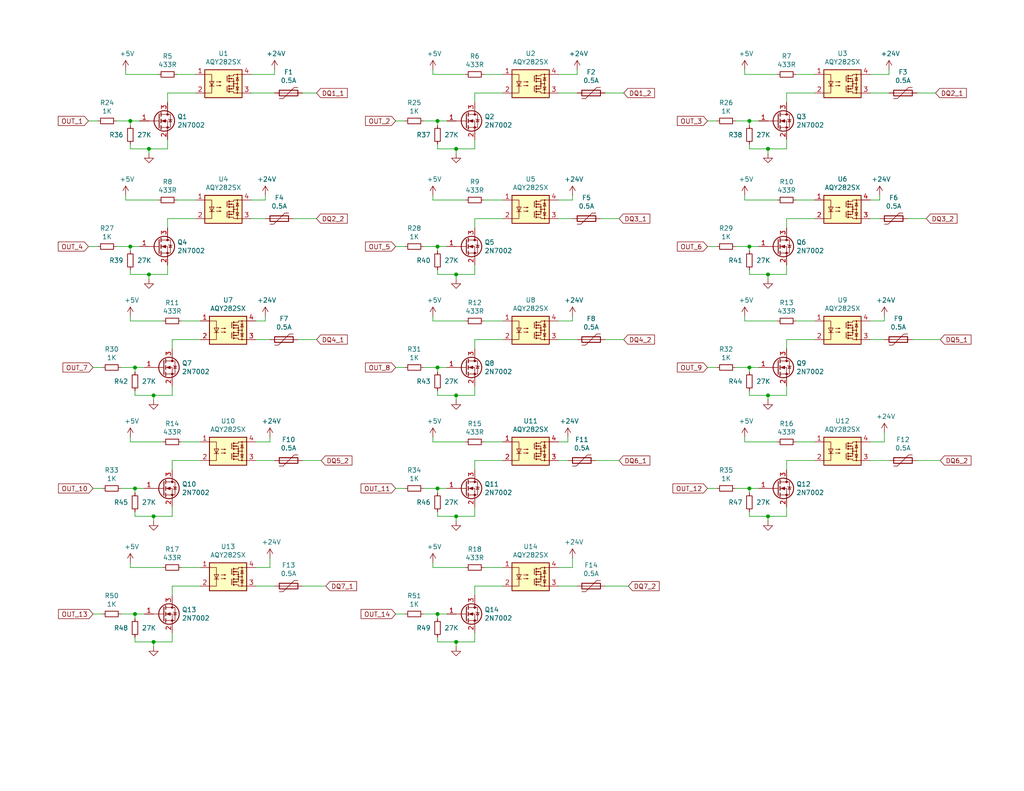
<source format=kicad_sch>
(kicad_sch (version 20211123) (generator eeschema)
  (paper "USLetter")
  (title_block (title "Greenhouse 2.0 IO Board") (date "2022-05-30") (rev "0.2.1") (company "Langhe Greenhaus") (comment 1 "Langhe Part Number: 240000"))
  (junction (at 36.83 100.33))
  (junction (at 124.46 175.26))
  (junction (at 119.38 133.35))
  (junction (at 119.38 167.64))
  (junction (at 41.91 107.95))
  (junction (at 40.64 74.93))
  (junction (at 124.46 107.95))
  (junction (at 36.83 133.35))
  (junction (at 36.83 167.64))
  (junction (at 124.46 74.93))
  (junction (at 209.55 107.95))
  (junction (at 209.55 140.97))
  (junction (at 119.38 100.33))
  (junction (at 41.91 140.97))
  (junction (at 35.56 67.31))
  (junction (at 204.47 33.02))
  (junction (at 204.47 133.35))
  (junction (at 204.47 67.31))
  (junction (at 119.38 67.31))
  (junction (at 209.55 40.64))
  (junction (at 119.38 33.02))
  (junction (at 124.46 40.64))
  (junction (at 41.91 175.26))
  (junction (at 35.56 33.02))
  (junction (at 40.64 40.64))
  (junction (at 209.55 74.93))
  (junction (at 124.46 140.97))
  (junction (at 204.47 100.33))
  (wire (pts (xy 54.61 160.02) (xy 46.99 160.02)))
  (wire (pts (xy 209.55 74.93) (xy 209.55 76.2)))
  (wire (pts (xy 69.85 92.71) (xy 73.66 92.71)))
  (wire (pts (xy 54.61 92.71) (xy 46.99 92.71)))
  (wire (pts (xy 124.46 140.97) (xy 129.54 140.97)))
  (wire (pts (xy 203.2 86.36) (xy 203.2 87.63)))
  (wire (pts (xy 73.66 154.94) (xy 73.66 152.4)))
  (wire (pts (xy 204.47 67.31) (xy 204.47 68.58)))
  (wire (pts (xy 214.63 125.73) (xy 214.63 128.27)))
  (wire (pts (xy 247.65 59.69) (xy 252.73 59.69)))
  (wire (pts (xy 152.4 160.02) (xy 157.48 160.02)))
  (wire (pts (xy 68.58 25.4) (xy 74.93 25.4)))
  (wire (pts (xy 209.55 40.64) (xy 209.55 41.91)))
  (wire (pts (xy 222.25 125.73) (xy 214.63 125.73)))
  (wire (pts (xy 137.16 92.71) (xy 129.54 92.71)))
  (wire (pts (xy 119.38 175.26) (xy 119.38 173.99)))
  (wire (pts (xy 115.57 167.64) (xy 119.38 167.64)))
  (wire (pts (xy 237.49 125.73) (xy 242.57 125.73)))
  (wire (pts (xy 26.67 33.02) (xy 24.13 33.02)))
  (wire (pts (xy 214.63 92.71) (xy 214.63 95.25)))
  (wire (pts (xy 119.38 107.95) (xy 119.38 106.68)))
  (wire (pts (xy 36.83 133.35) (xy 36.83 134.62)))
  (wire (pts (xy 119.38 100.33) (xy 119.38 101.6)))
  (wire (pts (xy 69.85 154.94) (xy 73.66 154.94)))
  (wire (pts (xy 200.66 133.35) (xy 204.47 133.35)))
  (wire (pts (xy 137.16 125.73) (xy 129.54 125.73)))
  (wire (pts (xy 217.17 54.61) (xy 222.25 54.61)))
  (wire (pts (xy 43.18 20.32) (xy 34.29 20.32)))
  (wire (pts (xy 46.99 105.41) (xy 46.99 107.95)))
  (wire (pts (xy 35.56 40.64) (xy 40.64 40.64)))
  (wire (pts (xy 49.53 120.65) (xy 54.61 120.65)))
  (wire (pts (xy 214.63 25.4) (xy 214.63 27.94)))
  (wire (pts (xy 124.46 40.64) (xy 129.54 40.64)))
  (wire (pts (xy 152.4 120.65) (xy 154.94 120.65)))
  (wire (pts (xy 68.58 20.32) (xy 74.93 20.32)))
  (wire (pts (xy 115.57 33.02) (xy 119.38 33.02)))
  (wire (pts (xy 152.4 54.61) (xy 156.21 54.61)))
  (wire (pts (xy 237.49 120.65) (xy 241.3 120.65)))
  (wire (pts (xy 35.56 40.64) (xy 35.56 39.37)))
  (wire (pts (xy 124.46 74.93) (xy 124.46 76.2)))
  (wire (pts (xy 195.58 67.31) (xy 193.04 67.31)))
  (wire (pts (xy 127 154.94) (xy 118.11 154.94)))
  (wire (pts (xy 119.38 107.95) (xy 124.46 107.95)))
  (wire (pts (xy 132.08 154.94) (xy 137.16 154.94)))
  (wire (pts (xy 237.49 59.69) (xy 240.03 59.69)))
  (wire (pts (xy 212.09 120.65) (xy 203.2 120.65)))
  (wire (pts (xy 127 120.65) (xy 118.11 120.65)))
  (wire (pts (xy 34.29 53.34) (xy 34.29 54.61)))
  (wire (pts (xy 212.09 87.63) (xy 203.2 87.63)))
  (wire (pts (xy 129.54 25.4) (xy 129.54 27.94)))
  (wire (pts (xy 129.54 160.02) (xy 129.54 162.56)))
  (wire (pts (xy 27.94 133.35) (xy 25.4 133.35)))
  (wire (pts (xy 152.4 59.69) (xy 156.21 59.69)))
  (wire (pts (xy 124.46 74.93) (xy 129.54 74.93)))
  (wire (pts (xy 129.54 59.69) (xy 129.54 62.23)))
  (wire (pts (xy 137.16 59.69) (xy 129.54 59.69)))
  (wire (pts (xy 34.29 19.05) (xy 34.29 20.32)))
  (wire (pts (xy 222.25 59.69) (xy 214.63 59.69)))
  (wire (pts (xy 39.37 167.64) (xy 36.83 167.64)))
  (wire (pts (xy 35.56 74.93) (xy 35.56 73.66)))
  (wire (pts (xy 154.94 120.65) (xy 154.94 119.38)))
  (wire (pts (xy 152.4 25.4) (xy 157.48 25.4)))
  (wire (pts (xy 209.55 74.93) (xy 214.63 74.93)))
  (wire (pts (xy 31.75 33.02) (xy 35.56 33.02)))
  (wire (pts (xy 152.4 92.71) (xy 157.48 92.71)))
  (wire (pts (xy 121.92 133.35) (xy 119.38 133.35)))
  (wire (pts (xy 217.17 120.65) (xy 222.25 120.65)))
  (wire (pts (xy 204.47 107.95) (xy 204.47 106.68)))
  (wire (pts (xy 165.1 25.4) (xy 170.18 25.4)))
  (wire (pts (xy 35.56 74.93) (xy 40.64 74.93)))
  (wire (pts (xy 204.47 74.93) (xy 209.55 74.93)))
  (wire (pts (xy 222.25 92.71) (xy 214.63 92.71)))
  (wire (pts (xy 69.85 160.02) (xy 74.93 160.02)))
  (wire (pts (xy 248.92 92.71) (xy 256.54 92.71)))
  (wire (pts (xy 152.4 87.63) (xy 156.21 87.63)))
  (wire (pts (xy 118.11 19.05) (xy 118.11 20.32)))
  (wire (pts (xy 195.58 133.35) (xy 193.04 133.35)))
  (wire (pts (xy 209.55 107.95) (xy 209.55 109.22)))
  (wire (pts (xy 214.63 59.69) (xy 214.63 62.23)))
  (wire (pts (xy 124.46 107.95) (xy 129.54 107.95)))
  (wire (pts (xy 203.2 19.05) (xy 203.2 20.32)))
  (wire (pts (xy 118.11 153.67) (xy 118.11 154.94)))
  (wire (pts (xy 36.83 107.95) (xy 41.91 107.95)))
  (wire (pts (xy 69.85 87.63) (xy 72.39 87.63)))
  (wire (pts (xy 33.02 167.64) (xy 36.83 167.64)))
  (wire (pts (xy 124.46 175.26) (xy 124.46 176.53)))
  (wire (pts (xy 115.57 133.35) (xy 119.38 133.35)))
  (wire (pts (xy 204.47 107.95) (xy 209.55 107.95)))
  (wire (pts (xy 41.91 107.95) (xy 41.91 109.22)))
  (wire (pts (xy 203.2 53.34) (xy 203.2 54.61)))
  (wire (pts (xy 35.56 33.02) (xy 35.56 34.29)))
  (wire (pts (xy 80.01 59.69) (xy 86.36 59.69)))
  (wire (pts (xy 204.47 40.64) (xy 209.55 40.64)))
  (wire (pts (xy 121.92 67.31) (xy 119.38 67.31)))
  (wire (pts (xy 129.54 92.71) (xy 129.54 95.25)))
  (wire (pts (xy 204.47 40.64) (xy 204.47 39.37)))
  (wire (pts (xy 165.1 160.02) (xy 171.45 160.02)))
  (wire (pts (xy 40.64 40.64) (xy 40.64 41.91)))
  (wire (pts (xy 119.38 167.64) (xy 119.38 168.91)))
  (wire (pts (xy 38.1 33.02) (xy 35.56 33.02)))
  (wire (pts (xy 204.47 133.35) (xy 204.47 134.62)))
  (wire (pts (xy 49.53 154.94) (xy 54.61 154.94)))
  (wire (pts (xy 204.47 33.02) (xy 204.47 34.29)))
  (wire (pts (xy 157.48 20.32) (xy 157.48 19.05)))
  (wire (pts (xy 110.49 67.31) (xy 107.95 67.31)))
  (wire (pts (xy 237.49 54.61) (xy 240.03 54.61)))
  (wire (pts (xy 35.56 67.31) (xy 35.56 68.58)))
  (wire (pts (xy 35.56 153.67) (xy 35.56 154.94)))
  (wire (pts (xy 209.55 107.95) (xy 214.63 107.95)))
  (wire (pts (xy 41.91 107.95) (xy 46.99 107.95)))
  (wire (pts (xy 36.83 100.33) (xy 36.83 101.6)))
  (wire (pts (xy 82.55 160.02) (xy 88.9 160.02)))
  (wire (pts (xy 237.49 87.63) (xy 241.3 87.63)))
  (wire (pts (xy 119.38 40.64) (xy 124.46 40.64)))
  (wire (pts (xy 132.08 120.65) (xy 137.16 120.65)))
  (wire (pts (xy 33.02 100.33) (xy 36.83 100.33)))
  (wire (pts (xy 36.83 167.64) (xy 36.83 168.91)))
  (wire (pts (xy 200.66 33.02) (xy 204.47 33.02)))
  (wire (pts (xy 207.01 33.02) (xy 204.47 33.02)))
  (wire (pts (xy 209.55 140.97) (xy 209.55 142.24)))
  (wire (pts (xy 49.53 87.63) (xy 54.61 87.63)))
  (wire (pts (xy 53.34 25.4) (xy 45.72 25.4)))
  (wire (pts (xy 119.38 40.64) (xy 119.38 39.37)))
  (wire (pts (xy 214.63 72.39) (xy 214.63 74.93)))
  (wire (pts (xy 207.01 133.35) (xy 204.47 133.35)))
  (wire (pts (xy 110.49 167.64) (xy 107.95 167.64)))
  (wire (pts (xy 156.21 154.94) (xy 156.21 152.4)))
  (wire (pts (xy 81.28 92.71) (xy 86.36 92.71)))
  (wire (pts (xy 127 20.32) (xy 118.11 20.32)))
  (wire (pts (xy 124.46 40.64) (xy 124.46 41.91)))
  (wire (pts (xy 41.91 175.26) (xy 46.99 175.26)))
  (wire (pts (xy 33.02 133.35) (xy 36.83 133.35)))
  (wire (pts (xy 127 87.63) (xy 118.11 87.63)))
  (wire (pts (xy 39.37 100.33) (xy 36.83 100.33)))
  (wire (pts (xy 35.56 86.36) (xy 35.56 87.63)))
  (wire (pts (xy 124.46 140.97) (xy 124.46 142.24)))
  (wire (pts (xy 119.38 33.02) (xy 119.38 34.29)))
  (wire (pts (xy 74.93 20.32) (xy 74.93 19.05)))
  (wire (pts (xy 46.99 92.71) (xy 46.99 95.25)))
  (wire (pts (xy 26.67 67.31) (xy 24.13 67.31)))
  (wire (pts (xy 72.39 87.63) (xy 72.39 86.36)))
  (wire (pts (xy 209.55 40.64) (xy 214.63 40.64)))
  (wire (pts (xy 129.54 72.39) (xy 129.54 74.93)))
  (wire (pts (xy 118.11 119.38) (xy 118.11 120.65)))
  (wire (pts (xy 46.99 138.43) (xy 46.99 140.97)))
  (wire (pts (xy 69.85 120.65) (xy 73.66 120.65)))
  (wire (pts (xy 204.47 100.33) (xy 204.47 101.6)))
  (wire (pts (xy 31.75 67.31) (xy 35.56 67.31)))
  (wire (pts (xy 222.25 25.4) (xy 214.63 25.4)))
  (wire (pts (xy 237.49 92.71) (xy 241.3 92.71)))
  (wire (pts (xy 212.09 20.32) (xy 203.2 20.32)))
  (wire (pts (xy 204.47 74.93) (xy 204.47 73.66)))
  (wire (pts (xy 41.91 175.26) (xy 41.91 176.53)))
  (wire (pts (xy 214.63 105.41) (xy 214.63 107.95)))
  (wire (pts (xy 45.72 59.69) (xy 45.72 62.23)))
  (wire (pts (xy 154.94 125.73) (xy 152.4 125.73)))
  (wire (pts (xy 242.57 20.32) (xy 242.57 19.05)))
  (wire (pts (xy 119.38 175.26) (xy 124.46 175.26)))
  (wire (pts (xy 41.91 140.97) (xy 46.99 140.97)))
  (wire (pts (xy 163.83 59.69) (xy 168.91 59.69)))
  (wire (pts (xy 35.56 119.38) (xy 35.56 120.65)))
  (wire (pts (xy 121.92 167.64) (xy 119.38 167.64)))
  (wire (pts (xy 110.49 33.02) (xy 107.95 33.02)))
  (wire (pts (xy 119.38 133.35) (xy 119.38 134.62)))
  (wire (pts (xy 53.34 59.69) (xy 45.72 59.69)))
  (wire (pts (xy 207.01 100.33) (xy 204.47 100.33)))
  (wire (pts (xy 119.38 140.97) (xy 124.46 140.97)))
  (wire (pts (xy 241.3 120.65) (xy 241.3 118.11)))
  (wire (pts (xy 129.54 105.41) (xy 129.54 107.95)))
  (wire (pts (xy 36.83 107.95) (xy 36.83 106.68)))
  (wire (pts (xy 41.91 140.97) (xy 41.91 142.24)))
  (wire (pts (xy 118.11 86.36) (xy 118.11 87.63)))
  (wire (pts (xy 68.58 59.69) (xy 72.39 59.69)))
  (wire (pts (xy 44.45 87.63) (xy 35.56 87.63)))
  (wire (pts (xy 68.58 54.61) (xy 72.39 54.61)))
  (wire (pts (xy 45.72 38.1) (xy 45.72 40.64)))
  (wire (pts (xy 203.2 119.38) (xy 203.2 120.65)))
  (wire (pts (xy 45.72 72.39) (xy 45.72 74.93)))
  (wire (pts (xy 124.46 107.95) (xy 124.46 109.22)))
  (wire (pts (xy 214.63 138.43) (xy 214.63 140.97)))
  (wire (pts (xy 115.57 100.33) (xy 119.38 100.33)))
  (wire (pts (xy 115.57 67.31) (xy 119.38 67.31)))
  (wire (pts (xy 40.64 40.64) (xy 45.72 40.64)))
  (wire (pts (xy 82.55 125.73) (xy 87.63 125.73)))
  (wire (pts (xy 200.66 100.33) (xy 204.47 100.33)))
  (wire (pts (xy 204.47 140.97) (xy 209.55 140.97)))
  (wire (pts (xy 48.26 54.61) (xy 53.34 54.61)))
  (wire (pts (xy 241.3 87.63) (xy 241.3 86.36)))
  (wire (pts (xy 237.49 25.4) (xy 242.57 25.4)))
  (wire (pts (xy 137.16 25.4) (xy 129.54 25.4)))
  (wire (pts (xy 119.38 140.97) (xy 119.38 139.7)))
  (wire (pts (xy 162.56 125.73) (xy 168.91 125.73)))
  (wire (pts (xy 40.64 74.93) (xy 40.64 76.2)))
  (wire (pts (xy 129.54 38.1) (xy 129.54 40.64)))
  (wire (pts (xy 132.08 20.32) (xy 137.16 20.32)))
  (wire (pts (xy 214.63 38.1) (xy 214.63 40.64)))
  (wire (pts (xy 156.21 54.61) (xy 156.21 53.34)))
  (wire (pts (xy 129.54 138.43) (xy 129.54 140.97)))
  (wire (pts (xy 46.99 160.02) (xy 46.99 162.56)))
  (wire (pts (xy 195.58 100.33) (xy 193.04 100.33)))
  (wire (pts (xy 82.55 25.4) (xy 86.36 25.4)))
  (wire (pts (xy 132.08 54.61) (xy 137.16 54.61)))
  (wire (pts (xy 36.83 175.26) (xy 36.83 173.99)))
  (wire (pts (xy 132.08 87.63) (xy 137.16 87.63)))
  (wire (pts (xy 156.21 87.63) (xy 156.21 86.36)))
  (wire (pts (xy 36.83 140.97) (xy 36.83 139.7)))
  (wire (pts (xy 250.19 125.73) (xy 256.54 125.73)))
  (wire (pts (xy 237.49 20.32) (xy 242.57 20.32)))
  (wire (pts (xy 48.26 20.32) (xy 53.34 20.32)))
  (wire (pts (xy 27.94 167.64) (xy 25.4 167.64)))
  (wire (pts (xy 119.38 67.31) (xy 119.38 68.58)))
  (wire (pts (xy 129.54 172.72) (xy 129.54 175.26)))
  (wire (pts (xy 200.66 67.31) (xy 204.47 67.31)))
  (wire (pts (xy 165.1 92.71) (xy 170.18 92.71)))
  (wire (pts (xy 212.09 54.61) (xy 203.2 54.61)))
  (wire (pts (xy 152.4 20.32) (xy 157.48 20.32)))
  (wire (pts (xy 110.49 100.33) (xy 107.95 100.33)))
  (wire (pts (xy 195.58 33.02) (xy 193.04 33.02)))
  (wire (pts (xy 45.72 25.4) (xy 45.72 27.94)))
  (wire (pts (xy 36.83 140.97) (xy 41.91 140.97)))
  (wire (pts (xy 46.99 125.73) (xy 46.99 128.27)))
  (wire (pts (xy 110.49 133.35) (xy 107.95 133.35)))
  (wire (pts (xy 119.38 74.93) (xy 124.46 74.93)))
  (wire (pts (xy 250.19 25.4) (xy 255.27 25.4)))
  (wire (pts (xy 217.17 20.32) (xy 222.25 20.32)))
  (wire (pts (xy 72.39 54.61) (xy 72.39 53.34)))
  (wire (pts (xy 124.46 175.26) (xy 129.54 175.26)))
  (wire (pts (xy 73.66 120.65) (xy 73.66 119.38)))
  (wire (pts (xy 118.11 53.34) (xy 118.11 54.61)))
  (wire (pts (xy 207.01 67.31) (xy 204.47 67.31)))
  (wire (pts (xy 40.64 74.93) (xy 45.72 74.93)))
  (wire (pts (xy 46.99 172.72) (xy 46.99 175.26)))
  (wire (pts (xy 119.38 74.93) (xy 119.38 73.66)))
  (wire (pts (xy 36.83 175.26) (xy 41.91 175.26)))
  (wire (pts (xy 44.45 154.94) (xy 35.56 154.94)))
  (wire (pts (xy 152.4 154.94) (xy 156.21 154.94)))
  (wire (pts (xy 129.54 125.73) (xy 129.54 128.27)))
  (wire (pts (xy 39.37 133.35) (xy 36.83 133.35)))
  (wire (pts (xy 43.18 54.61) (xy 34.29 54.61)))
  (wire (pts (xy 38.1 67.31) (xy 35.56 67.31)))
  (wire (pts (xy 27.94 100.33) (xy 25.4 100.33)))
  (wire (pts (xy 121.92 33.02) (xy 119.38 33.02)))
  (wire (pts (xy 209.55 140.97) (xy 214.63 140.97)))
  (wire (pts (xy 127 54.61) (xy 118.11 54.61)))
  (wire (pts (xy 240.03 54.61) (xy 240.03 53.34)))
  (wire (pts (xy 204.47 140.97) (xy 204.47 139.7)))
  (wire (pts (xy 69.85 125.73) (xy 74.93 125.73)))
  (wire (pts (xy 54.61 125.73) (xy 46.99 125.73)))
  (wire (pts (xy 44.45 120.65) (xy 35.56 120.65)))
  (wire (pts (xy 121.92 100.33) (xy 119.38 100.33)))
  (wire (pts (xy 137.16 160.02) (xy 129.54 160.02)))
  (wire (pts (xy 217.17 87.63) (xy 222.25 87.63)))
  (text "Class 2 Power supply:\n100W\n4.16A Max\n\n\n6W solenoid valves\n0.25A Each\n" (at 283.21 50.8 0) (effects (font (size 1.27 1.27)) (justify left bottom)))
  (global_label "OUT_10" (shape input) (at 25.4 133.35 180) (property "Intersheet References" "${INTERSHEET_REFS}" (effects hide)))
  (global_label "DQ5_2" (shape input) (at 87.63 125.73 0) (property "Intersheet References" "${INTERSHEET_REFS}" (effects hide)))
  (global_label "DQ6_1" (shape input) (at 168.91 125.73 0) (property "Intersheet References" "${INTERSHEET_REFS}" (effects hide)))
  (global_label "OUT_11" (shape input) (at 107.95 133.35 180) (property "Intersheet References" "${INTERSHEET_REFS}" (effects hide)))
  (global_label "OUT_12" (shape input) (at 193.04 133.35 180) (property "Intersheet References" "${INTERSHEET_REFS}" (effects hide)))
  (global_label "DQ5_1" (shape input) (at 256.54 92.71 0) (property "Intersheet References" "${INTERSHEET_REFS}" (effects hide)))
  (global_label "DQ3_1" (shape input) (at 168.91 59.69 0) (property "Intersheet References" "${INTERSHEET_REFS}" (effects hide)))
  (global_label "DQ7_2" (shape input) (at 171.45 160.02 0) (property "Intersheet References" "${INTERSHEET_REFS}" (effects hide)))
  (global_label "OUT_9" (shape input) (at 193.04 100.33 180) (property "Intersheet References" "${INTERSHEET_REFS}" (effects hide)))
  (global_label "OUT_4" (shape input) (at 24.13 67.31 180) (property "Intersheet References" "${INTERSHEET_REFS}" (effects hide)))
  (global_label "OUT_3" (shape input) (at 193.04 33.02 180) (property "Intersheet References" "${INTERSHEET_REFS}" (effects hide)))
  (global_label "DQ6_2" (shape input) (at 256.54 125.73 0) (property "Intersheet References" "${INTERSHEET_REFS}" (effects hide)))
  (global_label "OUT_7" (shape input) (at 25.4 100.33 180) (property "Intersheet References" "${INTERSHEET_REFS}" (effects hide)))
  (global_label "OUT_2" (shape input) (at 107.95 33.02 180) (property "Intersheet References" "${INTERSHEET_REFS}" (effects hide)))
  (global_label "OUT_5" (shape input) (at 107.95 67.31 180) (property "Intersheet References" "${INTERSHEET_REFS}" (effects hide)))
  (global_label "DQ4_1" (shape input) (at 86.36 92.71 0) (property "Intersheet References" "${INTERSHEET_REFS}" (effects hide)))
  (global_label "DQ4_2" (shape input) (at 170.18 92.71 0) (property "Intersheet References" "${INTERSHEET_REFS}" (effects hide)))
  (global_label "DQ3_2" (shape input) (at 252.73 59.69 0) (property "Intersheet References" "${INTERSHEET_REFS}" (effects hide)))
  (global_label "OUT_13" (shape input) (at 25.4 167.64 180) (property "Intersheet References" "${INTERSHEET_REFS}" (effects hide)))
  (global_label "DQ1_1" (shape input) (at 86.36 25.4 0) (property "Intersheet References" "${INTERSHEET_REFS}" (effects hide)))
  (global_label "DQ7_1" (shape input) (at 88.9 160.02 0) (property "Intersheet References" "${INTERSHEET_REFS}" (effects hide)))
  (global_label "OUT_6" (shape input) (at 193.04 67.31 180) (property "Intersheet References" "${INTERSHEET_REFS}" (effects hide)))
  (global_label "OUT_1" (shape input) (at 24.13 33.02 180) (property "Intersheet References" "${INTERSHEET_REFS}" (effects hide)))
  (global_label "DQ1_2" (shape input) (at 170.18 25.4 0) (property "Intersheet References" "${INTERSHEET_REFS}" (effects hide)))
  (global_label "OUT_14" (shape input) (at 107.95 167.64 180) (property "Intersheet References" "${INTERSHEET_REFS}" (effects hide)))
  (global_label "DQ2_1" (shape input) (at 255.27 25.4 0) (property "Intersheet References" "${INTERSHEET_REFS}" (effects hide)))
  (global_label "OUT_8" (shape input) (at 107.95 100.33 180) (property "Intersheet References" "${INTERSHEET_REFS}" (effects hide)))
  (global_label "DQ2_2" (shape input) (at 86.36 59.69 0) (property "Intersheet References" "${INTERSHEET_REFS}" (effects hide)))
  (symbol (lib_id "Relay_SolidState:ASSR-1218") (at 60.96 22.86 0) (unit 1)
    (property "Reference" "U1" (at 60.96 14.605 0))
    (property "Value" "AQY282SX" (at 60.96 16.9164 0))
    (property "Footprint" "JLCPCB:SO-4_6.0mm_P2.54mm" (effects hide))
    (property "Datasheet" "https://datasheet.lcsc.com/lcsc/1912111437_PANASONIC-AQY282SX_C250827.pdf" (effects hide))
    (property "LCSC" "C250827" (effects hide))
  )
  (symbol (lib_id "Relay_SolidState:ASSR-1218") (at 60.96 57.15 0) (unit 1)
    (property "Reference" "U4" (at 60.96 48.895 0))
    (property "Value" "AQY282SX" (at 60.96 51.2064 0))
    (property "Footprint" "JLCPCB:SO-4_6.0mm_P2.54mm" (effects hide))
    (property "Datasheet" "https://datasheet.lcsc.com/lcsc/1912111437_PANASONIC-AQY282SX_C250827.pdf" (effects hide))
    (property "LCSC" "C250827" (effects hide))
  )
  (symbol (lib_id "Relay_SolidState:ASSR-1218") (at 62.23 90.17 0) (unit 1)
    (property "Reference" "U7" (at 62.23 81.915 0))
    (property "Value" "AQY282SX" (at 62.23 84.2264 0))
    (property "Footprint" "JLCPCB:SO-4_6.0mm_P2.54mm" (effects hide))
    (property "Datasheet" "https://datasheet.lcsc.com/lcsc/1912111437_PANASONIC-AQY282SX_C250827.pdf" (effects hide))
    (property "LCSC" "C250827" (effects hide))
  )
  (symbol (lib_id "Relay_SolidState:ASSR-1218") (at 62.23 123.19 0) (unit 1)
    (property "Reference" "U10" (at 62.23 114.935 0))
    (property "Value" "AQY282SX" (at 62.23 117.2464 0))
    (property "Footprint" "JLCPCB:SO-4_6.0mm_P2.54mm" (effects hide))
    (property "Datasheet" "https://datasheet.lcsc.com/lcsc/1912111437_PANASONIC-AQY282SX_C250827.pdf" (effects hide))
    (property "LCSC" "C250827" (effects hide))
  )
  (symbol (lib_id "Relay_SolidState:ASSR-1218") (at 144.78 22.86 0) (unit 1)
    (property "Reference" "U2" (at 144.78 14.605 0))
    (property "Value" "AQY282SX" (at 144.78 16.9164 0))
    (property "Footprint" "JLCPCB:SO-4_6.0mm_P2.54mm" (effects hide))
    (property "Datasheet" "https://datasheet.lcsc.com/lcsc/1912111437_PANASONIC-AQY282SX_C250827.pdf" (effects hide))
    (property "LCSC" "C250827" (effects hide))
  )
  (symbol (lib_id "Relay_SolidState:ASSR-1218") (at 144.78 57.15 0) (unit 1)
    (property "Reference" "U5" (at 144.78 48.895 0))
    (property "Value" "AQY282SX" (at 144.78 51.2064 0))
    (property "Footprint" "JLCPCB:SO-4_6.0mm_P2.54mm" (effects hide))
    (property "Datasheet" "https://datasheet.lcsc.com/lcsc/1912111437_PANASONIC-AQY282SX_C250827.pdf" (effects hide))
    (property "LCSC" "C250827" (effects hide))
  )
  (symbol (lib_id "Relay_SolidState:ASSR-1218") (at 144.78 90.17 0) (unit 1)
    (property "Reference" "U8" (at 144.78 81.915 0))
    (property "Value" "AQY282SX" (at 144.78 84.2264 0))
    (property "Footprint" "JLCPCB:SO-4_6.0mm_P2.54mm" (effects hide))
    (property "Datasheet" "https://datasheet.lcsc.com/lcsc/1912111437_PANASONIC-AQY282SX_C250827.pdf" (effects hide))
    (property "LCSC" "C250827" (effects hide))
  )
  (symbol (lib_id "Relay_SolidState:ASSR-1218") (at 144.78 123.19 0) (unit 1)
    (property "Reference" "U11" (at 144.78 114.935 0))
    (property "Value" "AQY282SX" (at 144.78 117.2464 0))
    (property "Footprint" "JLCPCB:SO-4_6.0mm_P2.54mm" (effects hide))
    (property "Datasheet" "https://datasheet.lcsc.com/lcsc/1912111437_PANASONIC-AQY282SX_C250827.pdf" (effects hide))
    (property "LCSC" "C250827" (effects hide))
  )
  (symbol (lib_id "Device:Polyfuse") (at 78.74 25.4 270) (unit 1)
    (property "Reference" "F1" (at 78.74 19.685 90))
    (property "Value" "0.5A" (at 78.74 21.9964 90))
    (property "Footprint" "Resistor_SMD:R_1206_3216Metric" (effects hide))
    (property "Datasheet" "https://datasheet.lcsc.com/lcsc/1811031612_TECHFUSE-nSMD025-30V_C70070.pdf" (effects hide))
    (property "LCSC" "C70070" (effects hide))
  )
  (symbol (lib_id "Device:Polyfuse") (at 76.2 59.69 270) (unit 1)
    (property "Reference" "F4" (at 76.2 53.975 90))
    (property "Value" "0.5A" (at 76.2 56.2864 90))
    (property "Footprint" "Resistor_SMD:R_1206_3216Metric" (effects hide))
    (property "Datasheet" "https://datasheet.lcsc.com/lcsc/1811031612_TECHFUSE-nSMD025-30V_C70070.pdf" (effects hide))
    (property "LCSC" "C70070" (effects hide))
  )
  (symbol (lib_id "Device:Polyfuse") (at 77.47 92.71 270) (unit 1)
    (property "Reference" "F7" (at 77.47 86.995 90))
    (property "Value" "0.5A" (at 77.47 89.3064 90))
    (property "Footprint" "Resistor_SMD:R_1206_3216Metric" (effects hide))
    (property "Datasheet" "https://datasheet.lcsc.com/lcsc/1811031612_TECHFUSE-nSMD025-30V_C70070.pdf" (effects hide))
    (property "LCSC" "C70070" (effects hide))
  )
  (symbol (lib_id "Device:Polyfuse") (at 78.74 125.73 270) (unit 1)
    (property "Reference" "F10" (at 78.74 120.015 90))
    (property "Value" "0.5A" (at 78.74 122.3264 90))
    (property "Footprint" "Resistor_SMD:R_1206_3216Metric" (effects hide))
    (property "Datasheet" "https://datasheet.lcsc.com/lcsc/1811031612_TECHFUSE-nSMD025-30V_C70070.pdf" (effects hide))
    (property "LCSC" "C70070" (effects hide))
  )
  (symbol (lib_id "Device:Polyfuse") (at 161.29 25.4 270) (unit 1)
    (property "Reference" "F2" (at 161.29 19.685 90))
    (property "Value" "0.5A" (at 161.29 21.9964 90))
    (property "Footprint" "Resistor_SMD:R_1206_3216Metric" (effects hide))
    (property "Datasheet" "https://datasheet.lcsc.com/lcsc/1811031612_TECHFUSE-nSMD025-30V_C70070.pdf" (effects hide))
    (property "LCSC" "C70070" (effects hide))
  )
  (symbol (lib_id "Device:Polyfuse") (at 160.02 59.69 270) (unit 1)
    (property "Reference" "F5" (at 160.02 53.975 90))
    (property "Value" "0.5A" (at 160.02 56.2864 90))
    (property "Footprint" "Resistor_SMD:R_1206_3216Metric" (effects hide))
    (property "Datasheet" "https://datasheet.lcsc.com/lcsc/1811031612_TECHFUSE-nSMD025-30V_C70070.pdf" (effects hide))
    (property "LCSC" "C70070" (effects hide))
  )
  (symbol (lib_id "Device:Polyfuse") (at 161.29 92.71 270) (unit 1)
    (property "Reference" "F8" (at 161.29 86.995 90))
    (property "Value" "0.5A" (at 161.29 89.3064 90))
    (property "Footprint" "Resistor_SMD:R_1206_3216Metric" (effects hide))
    (property "Datasheet" "https://datasheet.lcsc.com/lcsc/1811031612_TECHFUSE-nSMD025-30V_C70070.pdf" (effects hide))
    (property "LCSC" "C70070" (effects hide))
  )
  (symbol (lib_id "Device:Polyfuse") (at 158.75 125.73 270) (unit 1)
    (property "Reference" "F11" (at 158.75 120.015 90))
    (property "Value" "0.5A" (at 158.75 122.3264 90))
    (property "Footprint" "Resistor_SMD:R_1206_3216Metric" (effects hide))
    (property "Datasheet" "https://datasheet.lcsc.com/lcsc/1811031612_TECHFUSE-nSMD025-30V_C70070.pdf" (effects hide))
    (property "LCSC" "C70070" (effects hide))
  )
  (symbol (lib_id "Relay_SolidState:ASSR-1218") (at 229.87 22.86 0) (unit 1)
    (property "Reference" "U3" (at 229.87 14.605 0))
    (property "Value" "AQY282SX" (at 229.87 16.9164 0))
    (property "Footprint" "JLCPCB:SO-4_6.0mm_P2.54mm" (effects hide))
    (property "Datasheet" "https://datasheet.lcsc.com/lcsc/1912111437_PANASONIC-AQY282SX_C250827.pdf" (effects hide))
    (property "LCSC" "C250827" (effects hide))
  )
  (symbol (lib_id "Relay_SolidState:ASSR-1218") (at 229.87 57.15 0) (unit 1)
    (property "Reference" "U6" (at 229.87 48.895 0))
    (property "Value" "AQY282SX" (at 229.87 51.2064 0))
    (property "Footprint" "JLCPCB:SO-4_6.0mm_P2.54mm" (effects hide))
    (property "Datasheet" "https://datasheet.lcsc.com/lcsc/1912111437_PANASONIC-AQY282SX_C250827.pdf" (effects hide))
    (property "LCSC" "C250827" (effects hide))
  )
  (symbol (lib_id "Relay_SolidState:ASSR-1218") (at 229.87 90.17 0) (unit 1)
    (property "Reference" "U9" (at 229.87 81.915 0))
    (property "Value" "AQY282SX" (at 229.87 84.2264 0))
    (property "Footprint" "JLCPCB:SO-4_6.0mm_P2.54mm" (effects hide))
    (property "Datasheet" "https://datasheet.lcsc.com/lcsc/1912111437_PANASONIC-AQY282SX_C250827.pdf" (effects hide))
    (property "LCSC" "C250827" (effects hide))
  )
  (symbol (lib_id "Device:R_Small") (at 214.63 87.63 270) (unit 1)
    (property "Reference" "R13" (at 214.63 82.6516 90))
    (property "Value" "433R" (at 214.63 84.963 90))
    (property "Footprint" "Resistor_SMD:R_0805_2012Metric" (effects hide))
    (property "Datasheet" "https://datasheet.lcsc.com/lcsc/2110251830_UNI-ROYAL-Uniroyal-Elec-0805W8F4320T5E_C17694.pdf" (effects hide))
    (property "LCSC" "C17694" (effects hide))
  )
  (symbol (lib_id "Relay_SolidState:ASSR-1218") (at 229.87 123.19 0) (unit 1)
    (property "Reference" "U12" (at 229.87 114.935 0))
    (property "Value" "AQY282SX" (at 229.87 117.2464 0))
    (property "Footprint" "JLCPCB:SO-4_6.0mm_P2.54mm" (effects hide))
    (property "Datasheet" "https://datasheet.lcsc.com/lcsc/1912111437_PANASONIC-AQY282SX_C250827.pdf" (effects hide))
    (property "LCSC" "C250827" (effects hide))
  )
  (symbol (lib_id "Device:Polyfuse") (at 246.38 25.4 270) (unit 1)
    (property "Reference" "F3" (at 246.38 19.685 90))
    (property "Value" "0.5A" (at 246.38 21.9964 90))
    (property "Footprint" "Resistor_SMD:R_1206_3216Metric" (effects hide))
    (property "Datasheet" "https://datasheet.lcsc.com/lcsc/1811031612_TECHFUSE-nSMD025-30V_C70070.pdf" (effects hide))
    (property "LCSC" "C70070" (effects hide))
  )
  (symbol (lib_id "Device:Polyfuse") (at 243.84 59.69 270) (unit 1)
    (property "Reference" "F6" (at 243.84 53.975 90))
    (property "Value" "0.5A" (at 243.84 56.2864 90))
    (property "Footprint" "Resistor_SMD:R_1206_3216Metric" (effects hide))
    (property "Datasheet" "https://datasheet.lcsc.com/lcsc/1811031612_TECHFUSE-nSMD025-30V_C70070.pdf" (effects hide))
    (property "LCSC" "C70070" (effects hide))
  )
  (symbol (lib_id "Device:Polyfuse") (at 245.11 92.71 270) (unit 1)
    (property "Reference" "F9" (at 245.11 86.995 90))
    (property "Value" "0.5A" (at 245.11 89.3064 90))
    (property "Footprint" "Resistor_SMD:R_1206_3216Metric" (effects hide))
    (property "Datasheet" "https://datasheet.lcsc.com/lcsc/1811031612_TECHFUSE-nSMD025-30V_C70070.pdf" (effects hide))
    (property "LCSC" "C70070" (effects hide))
  )
  (symbol (lib_id "Device:Polyfuse") (at 246.38 125.73 270) (unit 1)
    (property "Reference" "F12" (at 246.38 120.015 90))
    (property "Value" "0.5A" (at 246.38 122.3264 90))
    (property "Footprint" "Resistor_SMD:R_1206_3216Metric" (effects hide))
    (property "Datasheet" "https://datasheet.lcsc.com/lcsc/1811031612_TECHFUSE-nSMD025-30V_C70070.pdf" (effects hide))
    (property "LCSC" "C70070" (effects hide))
  )
  (symbol (lib_id "Device:R_Small") (at 214.63 120.65 270) (unit 1)
    (property "Reference" "R16" (at 214.63 115.6716 90))
    (property "Value" "433R" (at 214.63 117.983 90))
    (property "Footprint" "Resistor_SMD:R_0805_2012Metric" (effects hide))
    (property "Datasheet" "https://datasheet.lcsc.com/lcsc/2110251830_UNI-ROYAL-Uniroyal-Elec-0805W8F4320T5E_C17694.pdf" (effects hide))
    (property "LCSC" "C17694" (effects hide))
  )
  (symbol (lib_id "Device:R_Small") (at 214.63 54.61 270) (unit 1)
    (property "Reference" "R10" (at 214.63 49.6316 90))
    (property "Value" "433R" (at 214.63 51.943 90))
    (property "Footprint" "Resistor_SMD:R_0805_2012Metric" (effects hide))
    (property "Datasheet" "https://datasheet.lcsc.com/lcsc/2110251830_UNI-ROYAL-Uniroyal-Elec-0805W8F4320T5E_C17694.pdf" (effects hide))
    (property "LCSC" "C17694" (effects hide))
  )
  (symbol (lib_id "Device:R_Small") (at 214.63 20.32 270) (unit 1)
    (property "Reference" "R7" (at 214.63 15.3416 90))
    (property "Value" "433R" (at 214.63 17.653 90))
    (property "Footprint" "Resistor_SMD:R_0805_2012Metric" (effects hide))
    (property "Datasheet" "https://datasheet.lcsc.com/lcsc/2110251830_UNI-ROYAL-Uniroyal-Elec-0805W8F4320T5E_C17694.pdf" (effects hide))
    (property "LCSC" "C17694" (effects hide))
  )
  (symbol (lib_id "Device:R_Small") (at 129.54 87.63 270) (unit 1)
    (property "Reference" "R12" (at 129.54 82.6516 90))
    (property "Value" "433R" (at 129.54 84.963 90))
    (property "Footprint" "Resistor_SMD:R_0805_2012Metric" (effects hide))
    (property "Datasheet" "https://datasheet.lcsc.com/lcsc/2110251830_UNI-ROYAL-Uniroyal-Elec-0805W8F4320T5E_C17694.pdf" (effects hide))
    (property "LCSC" "C17694" (effects hide))
  )
  (symbol (lib_id "Device:R_Small") (at 129.54 120.65 270) (unit 1)
    (property "Reference" "R15" (at 129.54 115.6716 90))
    (property "Value" "433R" (at 129.54 117.983 90))
    (property "Footprint" "Resistor_SMD:R_0805_2012Metric" (effects hide))
    (property "Datasheet" "https://datasheet.lcsc.com/lcsc/2110251830_UNI-ROYAL-Uniroyal-Elec-0805W8F4320T5E_C17694.pdf" (effects hide))
    (property "LCSC" "C17694" (effects hide))
  )
  (symbol (lib_id "Device:R_Small") (at 129.54 54.61 270) (unit 1)
    (property "Reference" "R9" (at 129.54 49.6316 90))
    (property "Value" "433R" (at 129.54 51.943 90))
    (property "Footprint" "Resistor_SMD:R_0805_2012Metric" (effects hide))
    (property "Datasheet" "https://datasheet.lcsc.com/lcsc/2110251830_UNI-ROYAL-Uniroyal-Elec-0805W8F4320T5E_C17694.pdf" (effects hide))
    (property "LCSC" "C17694" (effects hide))
  )
  (symbol (lib_id "Device:R_Small") (at 129.54 20.32 270) (unit 1)
    (property "Reference" "R6" (at 129.54 15.3416 90))
    (property "Value" "433R" (at 129.54 17.653 90))
    (property "Footprint" "Resistor_SMD:R_0805_2012Metric" (effects hide))
    (property "Datasheet" "https://datasheet.lcsc.com/lcsc/2110251830_UNI-ROYAL-Uniroyal-Elec-0805W8F4320T5E_C17694.pdf" (effects hide))
    (property "LCSC" "C17694" (effects hide))
  )
  (symbol (lib_id "Device:R_Small") (at 46.99 87.63 270) (unit 1)
    (property "Reference" "R11" (at 46.99 82.6516 90))
    (property "Value" "433R" (at 46.99 84.963 90))
    (property "Footprint" "Resistor_SMD:R_0805_2012Metric" (effects hide))
    (property "Datasheet" "https://datasheet.lcsc.com/lcsc/2110251830_UNI-ROYAL-Uniroyal-Elec-0805W8F4320T5E_C17694.pdf" (effects hide))
    (property "LCSC" "C17694" (effects hide))
  )
  (symbol (lib_id "Device:R_Small") (at 46.99 120.65 270) (unit 1)
    (property "Reference" "R14" (at 46.99 115.6716 90))
    (property "Value" "433R" (at 46.99 117.983 90))
    (property "Footprint" "Resistor_SMD:R_0805_2012Metric" (effects hide))
    (property "Datasheet" "https://datasheet.lcsc.com/lcsc/2110251830_UNI-ROYAL-Uniroyal-Elec-0805W8F4320T5E_C17694.pdf" (effects hide))
    (property "LCSC" "C17694" (effects hide))
  )
  (symbol (lib_id "Device:R_Small") (at 45.72 54.61 270) (unit 1)
    (property "Reference" "R8" (at 45.72 49.6316 90))
    (property "Value" "433R" (at 45.72 51.943 90))
    (property "Footprint" "Resistor_SMD:R_0805_2012Metric" (effects hide))
    (property "Datasheet" "https://datasheet.lcsc.com/lcsc/2110251830_UNI-ROYAL-Uniroyal-Elec-0805W8F4320T5E_C17694.pdf" (effects hide))
    (property "LCSC" "C17694" (effects hide))
  )
  (symbol (lib_id "Device:R_Small") (at 45.72 20.32 270) (unit 1)
    (property "Reference" "R5" (at 45.72 15.3416 90))
    (property "Value" "433R" (at 45.72 17.653 90))
    (property "Footprint" "Resistor_SMD:R_0805_2012Metric" (effects hide))
    (property "Datasheet" "https://datasheet.lcsc.com/lcsc/2110251830_UNI-ROYAL-Uniroyal-Elec-0805W8F4320T5E_C17694.pdf" (effects hide))
    (property "LCSC" "C17694" (effects hide))
  )
  (symbol (lib_id "Device:R_Small") (at 35.56 36.83 0) (unit 1)
    (property "Reference" "R36" (at 31.75 36.83 0))
    (property "Value" "27K" (at 39.37 36.83 0))
    (property "Footprint" "Resistor_SMD:R_0805_2012Metric" (effects hide))
    (property "Datasheet" "https://datasheet.lcsc.com/lcsc/2110251830_UNI-ROYAL-Uniroyal-Elec-0805W8F2702T5E_C17593.pdf" (effects hide))
    (property "LCSC" "C17593" (effects hide))
  )
  (symbol (lib_id "Device:R_Small") (at 29.21 33.02 270) (unit 1)
    (property "Reference" "R24" (at 29.21 28.0416 90))
    (property "Value" "1K" (at 29.21 30.353 90))
    (property "Footprint" "Resistor_SMD:R_0805_2012Metric" (effects hide))
    (property "Datasheet" "https://datasheet.lcsc.com/lcsc/2110251730_UNI-ROYAL-Uniroyal-Elec-0805W8F1001T5E_C17513.pdf" (effects hide))
    (property "LCSC" "C17513" (effects hide))
  )
  (symbol (lib_id "power:+5V") (at 34.29 19.05 0) (unit 1)
    (property "Reference" "#PWR019" (effects hide))
    (property "Value" "+5V" (at 34.671 14.6558 0))
  )
  (symbol (lib_id "power:+5V") (at 118.11 19.05 0) (unit 1)
    (property "Reference" "#PWR020" (effects hide))
    (property "Value" "+5V" (at 118.491 14.6558 0))
  )
  (symbol (lib_id "power:+5V") (at 203.2 19.05 0) (unit 1)
    (property "Reference" "#PWR021" (effects hide))
    (property "Value" "+5V" (at 203.581 14.6558 0))
  )
  (symbol (lib_id "power:+5V") (at 203.2 53.34 0) (unit 1)
    (property "Reference" "#PWR027" (effects hide))
    (property "Value" "+5V" (at 203.581 48.9458 0))
  )
  (symbol (lib_id "power:+5V") (at 118.11 53.34 0) (unit 1)
    (property "Reference" "#PWR026" (effects hide))
    (property "Value" "+5V" (at 118.491 48.9458 0))
  )
  (symbol (lib_id "power:+5V") (at 34.29 53.34 0) (unit 1)
    (property "Reference" "#PWR025" (effects hide))
    (property "Value" "+5V" (at 34.671 48.9458 0))
  )
  (symbol (lib_id "power:+5V") (at 35.56 86.36 0) (unit 1)
    (property "Reference" "#PWR036" (effects hide))
    (property "Value" "+5V" (at 35.941 81.9658 0))
  )
  (symbol (lib_id "power:+5V") (at 35.56 119.38 0) (unit 1)
    (property "Reference" "#PWR045" (effects hide))
    (property "Value" "+5V" (at 35.941 114.9858 0))
  )
  (symbol (lib_id "power:+5V") (at 118.11 119.38 0) (unit 1)
    (property "Reference" "#PWR046" (effects hide))
    (property "Value" "+5V" (at 118.491 114.9858 0))
  )
  (symbol (lib_id "power:+5V") (at 118.11 86.36 0) (unit 1)
    (property "Reference" "#PWR040" (effects hide))
    (property "Value" "+5V" (at 118.491 81.9658 0))
  )
  (symbol (lib_id "power:+5V") (at 203.2 86.36 0) (unit 1)
    (property "Reference" "#PWR041" (effects hide))
    (property "Value" "+5V" (at 203.581 81.9658 0))
  )
  (symbol (lib_id "power:+5V") (at 203.2 119.38 0) (unit 1)
    (property "Reference" "#PWR048" (effects hide))
    (property "Value" "+5V" (at 203.581 114.9858 0))
  )
  (symbol (lib_id "Device:R_Small") (at 113.03 33.02 270) (unit 1)
    (property "Reference" "R25" (at 113.03 28.0416 90))
    (property "Value" "1K" (at 113.03 30.353 90))
    (property "Footprint" "Resistor_SMD:R_0805_2012Metric" (effects hide))
    (property "Datasheet" "https://datasheet.lcsc.com/lcsc/2110251730_UNI-ROYAL-Uniroyal-Elec-0805W8F1001T5E_C17513.pdf" (effects hide))
    (property "LCSC" "C17513" (effects hide))
  )
  (symbol (lib_id "Device:R_Small") (at 198.12 33.02 270) (unit 1)
    (property "Reference" "R26" (at 198.12 28.0416 90))
    (property "Value" "1K" (at 198.12 30.353 90))
    (property "Footprint" "Resistor_SMD:R_0805_2012Metric" (effects hide))
    (property "Datasheet" "https://datasheet.lcsc.com/lcsc/2110251730_UNI-ROYAL-Uniroyal-Elec-0805W8F1001T5E_C17513.pdf" (effects hide))
    (property "LCSC" "C17513" (effects hide))
  )
  (symbol (lib_id "Device:R_Small") (at 29.21 67.31 270) (unit 1)
    (property "Reference" "R27" (at 29.21 62.3316 90))
    (property "Value" "1K" (at 29.21 64.643 90))
    (property "Footprint" "Resistor_SMD:R_0805_2012Metric" (effects hide))
    (property "Datasheet" "https://datasheet.lcsc.com/lcsc/2110251730_UNI-ROYAL-Uniroyal-Elec-0805W8F1001T5E_C17513.pdf" (effects hide))
    (property "LCSC" "C17513" (effects hide))
  )
  (symbol (lib_id "Device:R_Small") (at 113.03 100.33 270) (unit 1)
    (property "Reference" "R31" (at 113.03 95.3516 90))
    (property "Value" "1K" (at 113.03 97.663 90))
    (property "Footprint" "Resistor_SMD:R_0805_2012Metric" (effects hide))
    (property "Datasheet" "https://datasheet.lcsc.com/lcsc/2110251730_UNI-ROYAL-Uniroyal-Elec-0805W8F1001T5E_C17513.pdf" (effects hide))
    (property "LCSC" "C17513" (effects hide))
  )
  (symbol (lib_id "Device:R_Small") (at 198.12 100.33 270) (unit 1)
    (property "Reference" "R32" (at 198.12 95.3516 90))
    (property "Value" "1K" (at 198.12 97.663 90))
    (property "Footprint" "Resistor_SMD:R_0805_2012Metric" (effects hide))
    (property "Datasheet" "https://datasheet.lcsc.com/lcsc/2110251730_UNI-ROYAL-Uniroyal-Elec-0805W8F1001T5E_C17513.pdf" (effects hide))
    (property "LCSC" "C17513" (effects hide))
  )
  (symbol (lib_id "Transistor_FET:2N7002") (at 43.18 33.02 0) (unit 1)
    (property "Reference" "Q1" (at 48.3616 31.8516 0) (effects (justify left)))
    (property "Value" "2N7002" (at 48.3616 34.163 0) (effects (justify left)))
    (property "Footprint" "Package_TO_SOT_SMD:SOT-23" (effects hide))
    (property "Datasheet" "https://datasheet.lcsc.com/lcsc/1810151612_Changjiang-Electronics-Tech--CJ-2N7002_C8545.pdf" (effects hide))
    (property "LCSC" "C8545" (effects hide))
  )
  (symbol (lib_id "Transistor_FET:2N7002") (at 127 33.02 0) (unit 1)
    (property "Reference" "Q2" (at 132.1816 31.8516 0) (effects (justify left)))
    (property "Value" "2N7002" (at 132.1816 34.163 0) (effects (justify left)))
    (property "Footprint" "Package_TO_SOT_SMD:SOT-23" (effects hide))
    (property "Datasheet" "https://datasheet.lcsc.com/lcsc/1810151612_Changjiang-Electronics-Tech--CJ-2N7002_C8545.pdf" (effects hide))
    (property "LCSC" "C8545" (effects hide))
  )
  (symbol (lib_id "Transistor_FET:2N7002") (at 212.09 33.02 0) (unit 1)
    (property "Reference" "Q3" (at 217.2716 31.8516 0) (effects (justify left)))
    (property "Value" "2N7002" (at 217.2716 34.163 0) (effects (justify left)))
    (property "Footprint" "Package_TO_SOT_SMD:SOT-23" (effects hide))
    (property "Datasheet" "https://datasheet.lcsc.com/lcsc/1810151612_Changjiang-Electronics-Tech--CJ-2N7002_C8545.pdf" (effects hide))
    (property "LCSC" "C8545" (effects hide))
  )
  (symbol (lib_id "Transistor_FET:2N7002") (at 43.18 67.31 0) (unit 1)
    (property "Reference" "Q4" (at 48.3616 66.1416 0) (effects (justify left)))
    (property "Value" "2N7002" (at 48.3616 68.453 0) (effects (justify left)))
    (property "Footprint" "Package_TO_SOT_SMD:SOT-23" (effects hide))
    (property "Datasheet" "https://datasheet.lcsc.com/lcsc/1810151612_Changjiang-Electronics-Tech--CJ-2N7002_C8545.pdf" (effects hide))
    (property "LCSC" "C8545" (effects hide))
  )
  (symbol (lib_id "Transistor_FET:2N7002") (at 127 67.31 0) (unit 1)
    (property "Reference" "Q5" (at 132.1816 66.1416 0) (effects (justify left)))
    (property "Value" "2N7002" (at 132.1816 68.453 0) (effects (justify left)))
    (property "Footprint" "Package_TO_SOT_SMD:SOT-23" (effects hide))
    (property "Datasheet" "https://datasheet.lcsc.com/lcsc/1810151612_Changjiang-Electronics-Tech--CJ-2N7002_C8545.pdf" (effects hide))
    (property "LCSC" "C8545" (effects hide))
  )
  (symbol (lib_id "Transistor_FET:2N7002") (at 212.09 67.31 0) (unit 1)
    (property "Reference" "Q6" (at 217.2716 66.1416 0) (effects (justify left)))
    (property "Value" "2N7002" (at 217.2716 68.453 0) (effects (justify left)))
    (property "Footprint" "Package_TO_SOT_SMD:SOT-23" (effects hide))
    (property "Datasheet" "https://datasheet.lcsc.com/lcsc/1810151612_Changjiang-Electronics-Tech--CJ-2N7002_C8545.pdf" (effects hide))
    (property "LCSC" "C8545" (effects hide))
  )
  (symbol (lib_id "Transistor_FET:2N7002") (at 212.09 100.33 0) (unit 1)
    (property "Reference" "Q9" (at 217.2716 99.1616 0) (effects (justify left)))
    (property "Value" "2N7002" (at 217.2716 101.473 0) (effects (justify left)))
    (property "Footprint" "Package_TO_SOT_SMD:SOT-23" (effects hide))
    (property "Datasheet" "https://datasheet.lcsc.com/lcsc/1810151612_Changjiang-Electronics-Tech--CJ-2N7002_C8545.pdf" (effects hide))
    (property "LCSC" "C8545" (effects hide))
  )
  (symbol (lib_id "Transistor_FET:2N7002") (at 127 100.33 0) (unit 1)
    (property "Reference" "Q8" (at 132.1816 99.1616 0) (effects (justify left)))
    (property "Value" "2N7002" (at 132.1816 101.473 0) (effects (justify left)))
    (property "Footprint" "Package_TO_SOT_SMD:SOT-23" (effects hide))
    (property "Datasheet" "https://datasheet.lcsc.com/lcsc/1810151612_Changjiang-Electronics-Tech--CJ-2N7002_C8545.pdf" (effects hide))
    (property "LCSC" "C8545" (effects hide))
  )
  (symbol (lib_id "Transistor_FET:2N7002") (at 44.45 100.33 0) (unit 1)
    (property "Reference" "Q7" (at 49.6316 99.1616 0) (effects (justify left)))
    (property "Value" "2N7002" (at 49.6316 101.473 0) (effects (justify left)))
    (property "Footprint" "Package_TO_SOT_SMD:SOT-23" (effects hide))
    (property "Datasheet" "https://datasheet.lcsc.com/lcsc/1810151612_Changjiang-Electronics-Tech--CJ-2N7002_C8545.pdf" (effects hide))
    (property "LCSC" "C8545" (effects hide))
  )
  (symbol (lib_id "Transistor_FET:2N7002") (at 44.45 133.35 0) (unit 1)
    (property "Reference" "Q10" (at 49.6316 132.1816 0) (effects (justify left)))
    (property "Value" "2N7002" (at 49.6316 134.493 0) (effects (justify left)))
    (property "Footprint" "Package_TO_SOT_SMD:SOT-23" (effects hide))
    (property "Datasheet" "https://datasheet.lcsc.com/lcsc/1810151612_Changjiang-Electronics-Tech--CJ-2N7002_C8545.pdf" (effects hide))
    (property "LCSC" "C8545" (effects hide))
  )
  (symbol (lib_id "Transistor_FET:2N7002") (at 127 133.35 0) (unit 1)
    (property "Reference" "Q11" (at 132.1816 132.1816 0) (effects (justify left)))
    (property "Value" "2N7002" (at 132.1816 134.493 0) (effects (justify left)))
    (property "Footprint" "Package_TO_SOT_SMD:SOT-23" (effects hide))
    (property "Datasheet" "https://datasheet.lcsc.com/lcsc/1810151612_Changjiang-Electronics-Tech--CJ-2N7002_C8545.pdf" (effects hide))
    (property "LCSC" "C8545" (effects hide))
  )
  (symbol (lib_id "Transistor_FET:2N7002") (at 212.09 133.35 0) (unit 1)
    (property "Reference" "Q12" (at 217.2716 132.1816 0) (effects (justify left)))
    (property "Value" "2N7002" (at 217.2716 134.493 0) (effects (justify left)))
    (property "Footprint" "Package_TO_SOT_SMD:SOT-23" (effects hide))
    (property "Datasheet" "https://datasheet.lcsc.com/lcsc/1810151612_Changjiang-Electronics-Tech--CJ-2N7002_C8545.pdf" (effects hide))
    (property "LCSC" "C8545" (effects hide))
  )
  (symbol (lib_id "Device:R_Small") (at 113.03 67.31 270) (unit 1)
    (property "Reference" "R28" (at 113.03 62.3316 90))
    (property "Value" "1K" (at 113.03 64.643 90))
    (property "Footprint" "Resistor_SMD:R_0805_2012Metric" (effects hide))
    (property "Datasheet" "https://datasheet.lcsc.com/lcsc/2110251730_UNI-ROYAL-Uniroyal-Elec-0805W8F1001T5E_C17513.pdf" (effects hide))
    (property "LCSC" "C17513" (effects hide))
  )
  (symbol (lib_id "Device:R_Small") (at 198.12 67.31 270) (unit 1)
    (property "Reference" "R29" (at 198.12 62.3316 90))
    (property "Value" "1K" (at 198.12 64.643 90))
    (property "Footprint" "Resistor_SMD:R_0805_2012Metric" (effects hide))
    (property "Datasheet" "https://datasheet.lcsc.com/lcsc/2110251730_UNI-ROYAL-Uniroyal-Elec-0805W8F1001T5E_C17513.pdf" (effects hide))
    (property "LCSC" "C17513" (effects hide))
  )
  (symbol (lib_id "Device:R_Small") (at 30.48 133.35 270) (unit 1)
    (property "Reference" "R33" (at 30.48 128.3716 90))
    (property "Value" "1K" (at 30.48 130.683 90))
    (property "Footprint" "Resistor_SMD:R_0805_2012Metric" (effects hide))
    (property "Datasheet" "https://datasheet.lcsc.com/lcsc/2110251730_UNI-ROYAL-Uniroyal-Elec-0805W8F1001T5E_C17513.pdf" (effects hide))
    (property "LCSC" "C17513" (effects hide))
  )
  (symbol (lib_id "Device:R_Small") (at 30.48 100.33 270) (unit 1)
    (property "Reference" "R30" (at 30.48 95.3516 90))
    (property "Value" "1K" (at 30.48 97.663 90))
    (property "Footprint" "Resistor_SMD:R_0805_2012Metric" (effects hide))
    (property "Datasheet" "https://datasheet.lcsc.com/lcsc/2110251730_UNI-ROYAL-Uniroyal-Elec-0805W8F1001T5E_C17513.pdf" (effects hide))
    (property "LCSC" "C17513" (effects hide))
  )
  (symbol (lib_id "Device:R_Small") (at 113.03 133.35 270) (unit 1)
    (property "Reference" "R34" (at 113.03 128.3716 90))
    (property "Value" "1K" (at 113.03 130.683 90))
    (property "Footprint" "Resistor_SMD:R_0805_2012Metric" (effects hide))
    (property "Datasheet" "https://datasheet.lcsc.com/lcsc/2110251730_UNI-ROYAL-Uniroyal-Elec-0805W8F1001T5E_C17513.pdf" (effects hide))
    (property "LCSC" "C17513" (effects hide))
  )
  (symbol (lib_id "Device:R_Small") (at 198.12 133.35 270) (unit 1)
    (property "Reference" "R35" (at 198.12 128.3716 90))
    (property "Value" "1K" (at 198.12 130.683 90))
    (property "Footprint" "Resistor_SMD:R_0805_2012Metric" (effects hide))
    (property "Datasheet" "https://datasheet.lcsc.com/lcsc/2110251730_UNI-ROYAL-Uniroyal-Elec-0805W8F1001T5E_C17513.pdf" (effects hide))
    (property "LCSC" "C17513" (effects hide))
  )
  (symbol (lib_id "Device:R_Small") (at 119.38 36.83 0) (unit 1)
    (property "Reference" "R37" (at 115.57 36.83 0))
    (property "Value" "27K" (at 123.19 36.83 0))
    (property "Footprint" "Resistor_SMD:R_0805_2012Metric" (effects hide))
    (property "Datasheet" "https://datasheet.lcsc.com/lcsc/2110251830_UNI-ROYAL-Uniroyal-Elec-0805W8F2702T5E_C17593.pdf" (effects hide))
    (property "LCSC" "C17593" (effects hide))
  )
  (symbol (lib_id "Device:R_Small") (at 204.47 36.83 0) (unit 1)
    (property "Reference" "R38" (at 200.66 36.83 0))
    (property "Value" "27K" (at 208.28 36.83 0))
    (property "Footprint" "Resistor_SMD:R_0805_2012Metric" (effects hide))
    (property "Datasheet" "https://datasheet.lcsc.com/lcsc/2110251830_UNI-ROYAL-Uniroyal-Elec-0805W8F2702T5E_C17593.pdf" (effects hide))
    (property "LCSC" "C17593" (effects hide))
  )
  (symbol (lib_id "Device:R_Small") (at 204.47 71.12 0) (unit 1)
    (property "Reference" "R41" (at 200.66 71.12 0))
    (property "Value" "27K" (at 208.28 71.12 0))
    (property "Footprint" "Resistor_SMD:R_0805_2012Metric" (effects hide))
    (property "Datasheet" "https://datasheet.lcsc.com/lcsc/2110251830_UNI-ROYAL-Uniroyal-Elec-0805W8F2702T5E_C17593.pdf" (effects hide))
    (property "LCSC" "C17593" (effects hide))
  )
  (symbol (lib_id "Device:R_Small") (at 119.38 71.12 0) (unit 1)
    (property "Reference" "R40" (at 115.57 71.12 0))
    (property "Value" "27K" (at 123.19 71.12 0))
    (property "Footprint" "Resistor_SMD:R_0805_2012Metric" (effects hide))
    (property "Datasheet" "https://datasheet.lcsc.com/lcsc/2110251830_UNI-ROYAL-Uniroyal-Elec-0805W8F2702T5E_C17593.pdf" (effects hide))
    (property "LCSC" "C17593" (effects hide))
  )
  (symbol (lib_id "Device:R_Small") (at 35.56 71.12 0) (unit 1)
    (property "Reference" "R39" (at 31.75 71.12 0))
    (property "Value" "27K" (at 39.37 71.12 0))
    (property "Footprint" "Resistor_SMD:R_0805_2012Metric" (effects hide))
    (property "Datasheet" "https://datasheet.lcsc.com/lcsc/2110251830_UNI-ROYAL-Uniroyal-Elec-0805W8F2702T5E_C17593.pdf" (effects hide))
    (property "LCSC" "C17593" (effects hide))
  )
  (symbol (lib_id "Device:R_Small") (at 36.83 104.14 0) (unit 1)
    (property "Reference" "R42" (at 33.02 104.14 0))
    (property "Value" "27K" (at 40.64 104.14 0))
    (property "Footprint" "Resistor_SMD:R_0805_2012Metric" (effects hide))
    (property "Datasheet" "https://datasheet.lcsc.com/lcsc/2110251830_UNI-ROYAL-Uniroyal-Elec-0805W8F2702T5E_C17593.pdf" (effects hide))
    (property "LCSC" "C17593" (effects hide))
  )
  (symbol (lib_id "Device:R_Small") (at 119.38 104.14 0) (unit 1)
    (property "Reference" "R43" (at 115.57 104.14 0))
    (property "Value" "27K" (at 123.19 104.14 0))
    (property "Footprint" "Resistor_SMD:R_0805_2012Metric" (effects hide))
    (property "Datasheet" "https://datasheet.lcsc.com/lcsc/2110251830_UNI-ROYAL-Uniroyal-Elec-0805W8F2702T5E_C17593.pdf" (effects hide))
    (property "LCSC" "C17593" (effects hide))
  )
  (symbol (lib_id "Device:R_Small") (at 204.47 104.14 0) (unit 1)
    (property "Reference" "R44" (at 200.66 104.14 0))
    (property "Value" "27K" (at 208.28 104.14 0))
    (property "Footprint" "Resistor_SMD:R_0805_2012Metric" (effects hide))
    (property "Datasheet" "https://datasheet.lcsc.com/lcsc/2110251830_UNI-ROYAL-Uniroyal-Elec-0805W8F2702T5E_C17593.pdf" (effects hide))
    (property "LCSC" "C17593" (effects hide))
  )
  (symbol (lib_id "Device:R_Small") (at 204.47 137.16 0) (unit 1)
    (property "Reference" "R47" (at 200.66 137.16 0))
    (property "Value" "27K" (at 208.28 137.16 0))
    (property "Footprint" "Resistor_SMD:R_0805_2012Metric" (effects hide))
    (property "Datasheet" "https://datasheet.lcsc.com/lcsc/2110251830_UNI-ROYAL-Uniroyal-Elec-0805W8F2702T5E_C17593.pdf" (effects hide))
    (property "LCSC" "C17593" (effects hide))
  )
  (symbol (lib_id "Device:R_Small") (at 119.38 137.16 0) (unit 1)
    (property "Reference" "R46" (at 115.57 137.16 0))
    (property "Value" "27K" (at 123.19 137.16 0))
    (property "Footprint" "Resistor_SMD:R_0805_2012Metric" (effects hide))
    (property "Datasheet" "https://datasheet.lcsc.com/lcsc/2110251830_UNI-ROYAL-Uniroyal-Elec-0805W8F2702T5E_C17593.pdf" (effects hide))
    (property "LCSC" "C17593" (effects hide))
  )
  (symbol (lib_id "Device:R_Small") (at 36.83 137.16 0) (unit 1)
    (property "Reference" "R45" (at 33.02 137.16 0))
    (property "Value" "27K" (at 40.64 137.16 0))
    (property "Footprint" "Resistor_SMD:R_0805_2012Metric" (effects hide))
    (property "Datasheet" "https://datasheet.lcsc.com/lcsc/2110251830_UNI-ROYAL-Uniroyal-Elec-0805W8F2702T5E_C17593.pdf" (effects hide))
    (property "LCSC" "C17593" (effects hide))
  )
  (symbol (lib_id "power:+24V") (at 240.03 53.34 0) (unit 1)
    (property "Reference" "#PWR054" (effects hide))
    (property "Value" "+24V" (at 240.411 48.9458 0))
  )
  (symbol (lib_id "Power_BCR:SIGGND") (at 40.64 41.91 0) (unit 1)
    (property "Reference" "#PWR0131" (effects hide))
    (property "Value" "SIGGND" (effects hide))
  )
  (symbol (lib_id "Power_BCR:SIGGND") (at 124.46 176.53 0) (unit 1)
    (property "Reference" "#PWR0129" (effects hide))
    (property "Value" "SIGGND" (effects hide))
  )
  (symbol (lib_id "Power_BCR:SIGGND") (at 209.55 76.2 0) (unit 1)
    (property "Reference" "#PWR0122" (effects hide))
    (property "Value" "SIGGND" (effects hide))
  )
  (symbol (lib_id "Power_BCR:SIGGND") (at 124.46 142.24 0) (unit 1)
    (property "Reference" "#PWR0130" (effects hide))
    (property "Value" "SIGGND" (effects hide))
  )
  (symbol (lib_id "Power_BCR:SIGGND") (at 41.91 142.24 0) (unit 1)
    (property "Reference" "#PWR0132" (effects hide))
    (property "Value" "SIGGND" (effects hide))
  )
  (symbol (lib_id "power:+24V") (at 157.48 19.05 0) (unit 1)
    (property "Reference" "#PWR016" (effects hide))
    (property "Value" "+24V" (at 157.861 14.6558 0))
  )
  (symbol (lib_id "Device:R_Small") (at 46.99 154.94 270) (unit 1)
    (property "Reference" "R17" (at 46.99 149.9616 90))
    (property "Value" "433R" (at 46.99 152.273 90))
    (property "Footprint" "Resistor_SMD:R_0805_2012Metric" (effects hide))
    (property "Datasheet" "https://datasheet.lcsc.com/lcsc/2110251830_UNI-ROYAL-Uniroyal-Elec-0805W8F4320T5E_C17694.pdf" (effects hide))
    (property "LCSC" "C17694" (effects hide))
  )
  (symbol (lib_id "power:+24V") (at 154.94 119.38 0) (unit 1)
    (property "Reference" "#PWR060" (effects hide))
    (property "Value" "+24V" (at 155.321 114.9858 0))
  )
  (symbol (lib_id "power:+24V") (at 72.39 86.36 0) (unit 1)
    (property "Reference" "#PWR055" (effects hide))
    (property "Value" "+24V" (at 72.771 81.9658 0))
  )
  (symbol (lib_id "Relay_SolidState:ASSR-1218") (at 62.23 157.48 0) (unit 1)
    (property "Reference" "U13" (at 62.23 149.225 0))
    (property "Value" "AQY282SX" (at 62.23 151.5364 0))
    (property "Footprint" "JLCPCB:SO-4_6.0mm_P2.54mm" (effects hide))
    (property "Datasheet" "https://datasheet.lcsc.com/lcsc/1912111437_PANASONIC-AQY282SX_C250827.pdf" (effects hide))
    (property "LCSC" "C250827" (effects hide))
  )
  (symbol (lib_id "power:+24V") (at 241.3 118.11 0) (unit 1)
    (property "Reference" "#PWR058" (effects hide))
    (property "Value" "+24V" (at 241.681 113.7158 0))
  )
  (symbol (lib_id "Device:R_Small") (at 113.03 167.64 270) (unit 1)
    (property "Reference" "R51" (at 113.03 162.6616 90))
    (property "Value" "1K" (at 113.03 164.973 90))
    (property "Footprint" "Resistor_SMD:R_0805_2012Metric" (effects hide))
    (property "Datasheet" "https://datasheet.lcsc.com/lcsc/2110251730_UNI-ROYAL-Uniroyal-Elec-0805W8F1001T5E_C17513.pdf" (effects hide))
    (property "LCSC" "C17513" (effects hide))
  )
  (symbol (lib_id "Device:Polyfuse") (at 78.74 160.02 270) (unit 1)
    (property "Reference" "F13" (at 78.74 154.305 90))
    (property "Value" "0.5A" (at 78.74 156.6164 90))
    (property "Footprint" "Resistor_SMD:R_1206_3216Metric" (effects hide))
    (property "Datasheet" "https://datasheet.lcsc.com/lcsc/1811031612_TECHFUSE-nSMD025-30V_C70070.pdf" (effects hide))
    (property "LCSC" "C70070" (effects hide))
  )
  (symbol (lib_id "power:+24V") (at 156.21 86.36 0) (unit 1)
    (property "Reference" "#PWR056" (effects hide))
    (property "Value" "+24V" (at 156.591 81.9658 0))
  )
  (symbol (lib_id "Power_BCR:SIGGND") (at 40.64 76.2 0) (unit 1)
    (property "Reference" "#PWR0124" (effects hide))
    (property "Value" "SIGGND" (effects hide))
  )
  (symbol (lib_id "power:+24V") (at 156.21 152.4 0) (unit 1)
    (property "Reference" "#PWR062" (effects hide))
    (property "Value" "+24V" (at 156.591 148.0058 0))
  )
  (symbol (lib_id "Power_BCR:SIGGND") (at 124.46 109.22 0) (unit 1)
    (property "Reference" "#PWR0133" (effects hide))
    (property "Value" "SIGGND" (effects hide))
  )
  (symbol (lib_id "power:+24V") (at 156.21 53.34 0) (unit 1)
    (property "Reference" "#PWR053" (effects hide))
    (property "Value" "+24V" (at 156.591 48.9458 0))
  )
  (symbol (lib_id "Device:R_Small") (at 30.48 167.64 270) (unit 1)
    (property "Reference" "R50" (at 30.48 162.6616 90))
    (property "Value" "1K" (at 30.48 164.973 90))
    (property "Footprint" "Resistor_SMD:R_0805_2012Metric" (effects hide))
    (property "Datasheet" "https://datasheet.lcsc.com/lcsc/2110251730_UNI-ROYAL-Uniroyal-Elec-0805W8F1001T5E_C17513.pdf" (effects hide))
    (property "LCSC" "C17513" (effects hide))
  )
  (symbol (lib_id "power:+24V") (at 73.66 119.38 0) (unit 1)
    (property "Reference" "#PWR059" (effects hide))
    (property "Value" "+24V" (at 74.041 114.9858 0))
  )
  (symbol (lib_id "Transistor_FET:2N7002") (at 44.45 167.64 0) (unit 1)
    (property "Reference" "Q13" (at 49.6316 166.4716 0) (effects (justify left)))
    (property "Value" "2N7002" (at 49.6316 168.783 0) (effects (justify left)))
    (property "Footprint" "Package_TO_SOT_SMD:SOT-23" (effects hide))
    (property "Datasheet" "https://datasheet.lcsc.com/lcsc/1810151612_Changjiang-Electronics-Tech--CJ-2N7002_C8545.pdf" (effects hide))
    (property "LCSC" "C8545" (effects hide))
  )
  (symbol (lib_id "power:+24V") (at 242.57 19.05 0) (unit 1)
    (property "Reference" "#PWR017" (effects hide))
    (property "Value" "+24V" (at 242.951 14.6558 0))
  )
  (symbol (lib_id "Power_BCR:SIGGND") (at 209.55 41.91 0) (unit 1)
    (property "Reference" "#PWR0123" (effects hide))
    (property "Value" "SIGGND" (effects hide))
  )
  (symbol (lib_id "Power_BCR:SIGGND") (at 41.91 176.53 0) (unit 1)
    (property "Reference" "#PWR0127" (effects hide))
    (property "Value" "SIGGND" (effects hide))
  )
  (symbol (lib_id "Power_BCR:SIGGND") (at 209.55 109.22 0) (unit 1)
    (property "Reference" "#PWR0121" (effects hide))
    (property "Value" "SIGGND" (effects hide))
  )
  (symbol (lib_id "Relay_SolidState:ASSR-1218") (at 144.78 157.48 0) (unit 1)
    (property "Reference" "U14" (at 144.78 149.225 0))
    (property "Value" "AQY282SX" (at 144.78 151.5364 0))
    (property "Footprint" "JLCPCB:SO-4_6.0mm_P2.54mm" (effects hide))
    (property "Datasheet" "https://datasheet.lcsc.com/lcsc/1912111437_PANASONIC-AQY282SX_C250827.pdf" (effects hide))
    (property "LCSC" "C250827" (effects hide))
  )
  (symbol (lib_id "power:+24V") (at 241.3 86.36 0) (unit 1)
    (property "Reference" "#PWR057" (effects hide))
    (property "Value" "+24V" (at 241.681 81.9658 0))
  )
  (symbol (lib_id "Power_BCR:SIGGND") (at 124.46 76.2 0) (unit 1)
    (property "Reference" "#PWR0125" (effects hide))
    (property "Value" "SIGGND" (effects hide))
  )
  (symbol (lib_id "Power_BCR:SIGGND") (at 41.91 109.22 0) (unit 1)
    (property "Reference" "#PWR0128" (effects hide))
    (property "Value" "SIGGND" (effects hide))
  )
  (symbol (lib_id "Device:R_Small") (at 36.83 171.45 0) (unit 1)
    (property "Reference" "R48" (at 33.02 171.45 0))
    (property "Value" "27K" (at 40.64 171.45 0))
    (property "Footprint" "Resistor_SMD:R_0805_2012Metric" (effects hide))
    (property "Datasheet" "https://datasheet.lcsc.com/lcsc/2110251830_UNI-ROYAL-Uniroyal-Elec-0805W8F2702T5E_C17593.pdf" (effects hide))
    (property "LCSC" "C17593" (effects hide))
  )
  (symbol (lib_id "power:+5V") (at 118.11 153.67 0) (unit 1)
    (property "Reference" "#PWR064" (effects hide))
    (property "Value" "+5V" (at 118.491 149.2758 0))
  )
  (symbol (lib_id "Power_BCR:SIGGND") (at 209.55 142.24 0) (unit 1)
    (property "Reference" "#PWR0119" (effects hide))
    (property "Value" "SIGGND" (effects hide))
  )
  (symbol (lib_id "Transistor_FET:2N7002") (at 127 167.64 0) (unit 1)
    (property "Reference" "Q14" (at 132.1816 166.4716 0) (effects (justify left)))
    (property "Value" "2N7002" (at 132.1816 168.783 0) (effects (justify left)))
    (property "Footprint" "Package_TO_SOT_SMD:SOT-23" (effects hide))
    (property "Datasheet" "https://datasheet.lcsc.com/lcsc/1810151612_Changjiang-Electronics-Tech--CJ-2N7002_C8545.pdf" (effects hide))
    (property "LCSC" "C8545" (effects hide))
  )
  (symbol (lib_id "power:+24V") (at 72.39 53.34 0) (unit 1)
    (property "Reference" "#PWR052" (effects hide))
    (property "Value" "+24V" (at 72.771 48.9458 0))
  )
  (symbol (lib_id "Device:R_Small") (at 119.38 171.45 0) (unit 1)
    (property "Reference" "R49" (at 115.57 171.45 0))
    (property "Value" "27K" (at 123.19 171.45 0))
    (property "Footprint" "Resistor_SMD:R_0805_2012Metric" (effects hide))
    (property "Datasheet" "https://datasheet.lcsc.com/lcsc/2110251830_UNI-ROYAL-Uniroyal-Elec-0805W8F2702T5E_C17593.pdf" (effects hide))
    (property "LCSC" "C17593" (effects hide))
  )
  (symbol (lib_id "power:+24V") (at 73.66 152.4 0) (unit 1)
    (property "Reference" "#PWR061" (effects hide))
    (property "Value" "+24V" (at 74.041 148.0058 0))
  )
  (symbol (lib_id "Device:Polyfuse") (at 161.29 160.02 270) (unit 1)
    (property "Reference" "F14" (at 161.29 154.305 90))
    (property "Value" "0.5A" (at 161.29 156.6164 90))
    (property "Footprint" "Resistor_SMD:R_1206_3216Metric" (effects hide))
    (property "Datasheet" "https://datasheet.lcsc.com/lcsc/1811031612_TECHFUSE-nSMD025-30V_C70070.pdf" (effects hide))
    (property "LCSC" "C70070" (effects hide))
  )
  (symbol (lib_id "power:+5V") (at 35.56 153.67 0) (unit 1)
    (property "Reference" "#PWR063" (effects hide))
    (property "Value" "+5V" (at 35.941 149.2758 0))
  )
  (symbol (lib_id "power:+24V") (at 74.93 19.05 0) (unit 1)
    (property "Reference" "#PWR014" (effects hide))
    (property "Value" "+24V" (at 75.311 14.6558 0))
  )
  (symbol (lib_id "Power_BCR:SIGGND") (at 124.46 41.91 0) (unit 1)
    (property "Reference" "#PWR0126" (effects hide))
    (property "Value" "SIGGND" (effects hide))
  )
  (symbol (lib_id "Device:R_Small") (at 129.54 154.94 270) (unit 1)
    (property "Reference" "R18" (at 129.54 149.9616 90))
    (property "Value" "433R" (at 129.54 152.273 90))
    (property "Footprint" "Resistor_SMD:R_0805_2012Metric" (effects hide))
    (property "Datasheet" "https://datasheet.lcsc.com/lcsc/2110251830_UNI-ROYAL-Uniroyal-Elec-0805W8F4320T5E_C17694.pdf" (effects hide))
    (property "LCSC" "C17694" (effects hide))
  )
)
</source>
